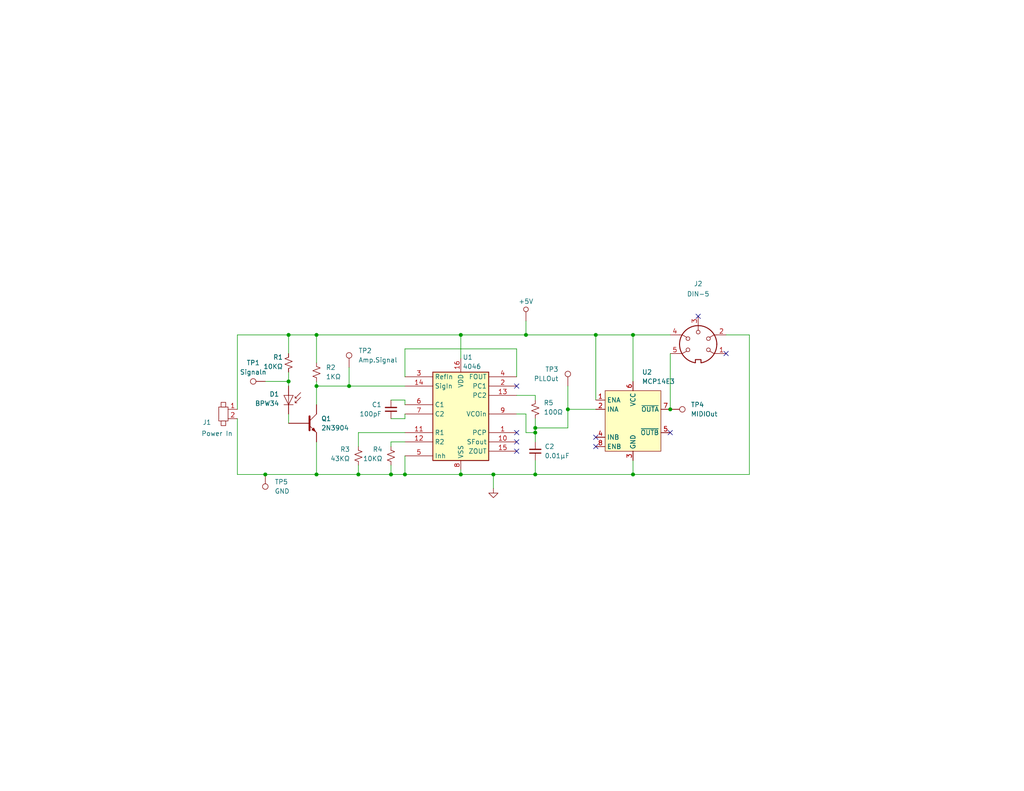
<source format=kicad_sch>
(kicad_sch (version 20250114) (generator "eeschema") (generator_version "9.0")
  (paper "A")
  (title_block (date "2025-05-01") (rev "B") (comment 1 "Justin Bell"))
  (lib_symbols
    (symbol "2_JB_Custom_sym:Jumper_2_Pin"
      (property "Reference" "J" (at 0 13.208 0))
      (symbol "Jumper_2_Pin_0_1"
        (rectangle (start -1.27 9.525) (end 1.27 5.715))
        (rectangle (start -0.635 10.795) (end 0.635 9.525))
        (rectangle (start -0.635 5.715) (end 0.635 5.715))
        (rectangle (start 0.635 4.445) (end -0.635 5.715))
      )
      (symbol "Jumper_2_Pin_1_1"
        (pin passive line (at -3.81 8.89 0) (length 2.54) (name "~") (number "1"))
        (pin passive line (at -3.81 6.35 0) (length 2.54) (name "~") (number "2"))
      )
    )
    (symbol "2_JB_Custom_sym:MCP14E3"
      (property "Reference" "U" (at -2.286 0.254 0))
      (property "Value" "MCP14E3" (at 1.016 -1.524 0))
      (symbol "MCP14E3_1_1"
        (rectangle (start -11.43 -2.54) (end 3.81 -19.05) (fill (type background)))
        (pin input line (at -13.97 -5.08 0) (length 2.54) (name "ENA") (number "1"))
        (pin input line (at -13.97 -7.62 0) (length 2.54) (name "INA") (number "2"))
        (pin input line (at -13.97 -15.24 0) (length 2.54) (name "INB") (number "4"))
        (pin input line (at -13.97 -17.78 0) (length 2.54) (name "ENB") (number "8"))
        (pin power_in line (at -3.81 0 270) (length 2.54) (name "VCC") (number "6"))
        (pin power_in line (at -3.81 -21.59 90) (length 2.54) (name "GND") (number "3"))
        (pin output line (at 6.35 -7.62 180) (length 2.54) (name "~{OUTA}") (number "7"))
        (pin output line (at 6.35 -13.97 180) (length 2.54) (name "~{OUTB}") (number "5"))
      )
    )
    (symbol "2_JB_Custom_sym:VCC"
      (property "Value" "+5V" (at 0 5.588 0))
      (symbol "VCC_0_1"
        (circle (center 0 3.175) (radius 0.635))
      )
      (symbol "VCC_1_1"
        (pin power_in line (at 0 0 90) (length 2.54) (name "~") (number ""))
      )
    )
    (symbol "4xxx_IEEE:4046"
      (property "Reference" "U" (at 8.89 12.7 0))
      (property "Value" "4046" (at 8.89 -15.24 0))
      (symbol "4046_0_1"
        (rectangle (start -7.62 11.43) (end 7.62 -12.7) (stroke (width 0.254)) (fill (type background)))
        (pin power_in line (at 0 15.24 270) (length 3.81) (name "VDD") (number "16"))
        (pin power_in line (at 0 -15.24 90) (length 2.54) (name "VSS") (number "8"))
      )
      (symbol "4046_1_1"
        (pin input line (at -15.24 10.16 0) (length 7.62) (name "RefIn") (number "3"))
        (pin input line (at -15.24 7.62 0) (length 7.62) (name "SigIn") (number "14"))
        (pin input line (at -15.24 2.54 0) (length 7.62) (name "C1") (number "6"))
        (pin input line (at -15.24 0 0) (length 7.62) (name "C2") (number "7"))
        (pin input line (at -15.24 -5.08 0) (length 7.62) (name "R1") (number "11"))
        (pin input line (at -15.24 -7.62 0) (length 7.62) (name "R2") (number "12"))
        (pin input line (at -15.24 -11.43 0) (length 7.62) (name "Inh") (number "5"))
        (pin output line (at 15.24 10.16 180) (length 7.62) (name "FOUT") (number "4"))
        (pin output line (at 15.24 7.62 180) (length 7.62) (name "PC1") (number "2"))
        (pin tri_state line (at 15.24 5.08 180) (length 7.62) (name "PC2") (number "13"))
        (pin input line (at 15.24 0 180) (length 7.62) (name "VCOin") (number "9"))
        (pin output line (at 15.24 -5.08 180) (length 7.62) (name "PCP") (number "1"))
        (pin output line (at 15.24 -7.62 180) (length 7.62) (name "SFout") (number "10"))
        (pin output line (at 15.24 -10.16 180) (length 7.62) (name "ZOUT") (number "15"))
      )
    )
    (symbol "Connector:DIN-5" (pin_names (offset 1.016))
      (property "Reference" "J" (at 3.175 5.715 0))
      (property "Value" "DIN-5" (at 0 -6.35 0))
      (symbol "DIN-5_0_1"
        (polyline (pts (xy -5.08 2.54) (xy -4.318 2.54) (xy -3.175 1.905)))
        (polyline (pts (xy -5.08 -2.54) (xy -4.318 -2.54) (xy -3.175 -1.905)))
        (circle (center -2.794 1.524) (radius 0.508))
        (circle (center -2.794 -1.524) (radius 0.508))
        (polyline (pts (xy -0.762 -4.953) (xy -0.762 -4.191) (xy 0.762 -4.191) (xy 0.762 -4.953)) (stroke (width 0.254)))
        (arc (start 5.08 0) (mid 3.8673 -3.3444) (end 0.762 -5.08) (stroke (width 0.254)))
        (polyline (pts (xy 0 5.08) (xy 0 3.81)))
        (circle (center 0 3.302) (radius 0.508))
        (arc (start -5.08 0) (mid 0 5.0579) (end 5.08 0) (stroke (width 0.254)))
        (arc (start -0.762 -5.08) (mid -3.8597 -3.3379) (end -5.08 0) (stroke (width 0.254)))
        (circle (center 2.794 1.524) (radius 0.508))
        (circle (center 2.794 -1.524) (radius 0.508))
        (polyline (pts (xy 5.08 2.54) (xy 4.318 2.54) (xy 3.175 1.905)))
        (polyline (pts (xy 5.08 -2.54) (xy 4.318 -2.54) (xy 3.175 -1.905)))
      )
      (symbol "DIN-5_1_1"
        (pin passive line (at -7.62 2.54 0) (length 2.54) (name "~") (number "2"))
        (pin passive line (at -7.62 -2.54 0) (length 2.54) (name "~") (number "1"))
        (pin passive line (at 0 7.62 270) (length 2.54) (name "~") (number "3"))
        (pin passive line (at 7.62 2.54 180) (length 2.54) (name "~") (number "4"))
        (pin passive line (at 7.62 -2.54 180) (length 2.54) (name "~") (number "5"))
      )
    )
    (symbol "Connector:TestPoint" (pin_numbers (hide yes)) (pin_names (offset 0.762) (hide yes))
      (property "Reference" "TP" (at 0 6.858 0))
      (property "Value" "TestPoint" (at 0 5.08 0))
      (symbol "TestPoint_0_1"
        (circle (center 0 3.302) (radius 0.762))
      )
      (symbol "TestPoint_1_1"
        (pin passive line (at 0 0 90) (length 2.54) (name "1") (number "1"))
      )
    )
    (symbol "Device:C_Small" (pin_numbers (hide yes)) (pin_names (offset 0.254) (hide yes))
      (property "Reference" "C" (at 0.254 1.778 0))
      (property "Value" "C_Small" (at 0.254 -2.032 0))
      (symbol "C_Small_0_1"
        (polyline (pts (xy -1.524 0.508) (xy 1.524 0.508)) (stroke (width 0.3048)))
        (polyline (pts (xy -1.524 -0.508) (xy 1.524 -0.508)) (stroke (width 0.3302)))
      )
      (symbol "C_Small_1_1"
        (pin passive line (at 0 2.54 270) (length 2.032) (name "~") (number "1"))
        (pin passive line (at 0 -2.54 90) (length 2.032) (name "~") (number "2"))
      )
    )
    (symbol "Device:R_Small_US" (pin_numbers (hide yes)) (pin_names (offset 0.254) (hide yes))
      (property "Reference" "R" (at 0.762 0.508 0))
      (property "Value" "R_Small_US" (at 0.762 -1.016 0))
      (symbol "R_Small_US_1_1"
        (polyline (pts (xy 0 1.524) (xy 1.016 1.143) (xy 0 0.762) (xy -1.016 0.381) (xy 0 0)))
        (polyline (pts (xy 0 0) (xy 1.016 -0.381) (xy 0 -0.762) (xy -1.016 -1.143) (xy 0 -1.524)))
        (pin passive line (at 0 2.54 270) (length 1.016) (name "~") (number "1"))
        (pin passive line (at 0 -2.54 90) (length 1.016) (name "~") (number "2"))
      )
    )
    (symbol "Sensor_Optical:BPW34" (pin_numbers (hide yes)) (pin_names (offset 1.016) (hide yes))
      (property "Reference" "D" (at 0.508 1.778 0))
      (property "Value" "BPW34" (at -1.016 -2.794 0))
      (symbol "BPW34_0_1"
        (polyline (pts (xy -2.54 1.27) (xy -2.54 -1.27)) (stroke (width 0.1524)))
        (polyline (pts (xy -2.032 1.778) (xy -1.524 1.778)))
        (polyline (pts (xy -0.508 3.302) (xy -2.032 1.778) (xy -2.032 2.286)))
        (polyline (pts (xy 0 1.27) (xy -2.54 0) (xy 0 -1.27)))
        (polyline (pts (xy 0 0) (xy -2.54 0)))
        (polyline (pts (xy 0 -1.27) (xy 0 1.27)))
        (polyline (pts (xy 0.762 3.302) (xy -0.762 1.778) (xy -0.762 2.286) (xy -0.762 1.778) (xy -0.254 1.778)))
      )
      (symbol "BPW34_1_1"
        (pin passive line (at -5.08 0 0) (length 2.54) (name "K") (number "1"))
        (pin passive line (at 2.54 0 180) (length 2.54) (name "A") (number "2"))
      )
    )
    (symbol "Transistor_BJT:2N3904" (pin_numbers (hide yes)) (pin_names (offset 0) (hide yes))
      (property "Reference" "Qe" (at 5.08 1.2701 0))
      (property "Value" "2N3904" (at 5.08 -1.2699 0))
      (symbol "2N3904_0_1"
        (polyline (pts (xy 0.635 1.905) (xy 0.635 -1.905) (xy 0.635 -1.905)) (stroke (width 0.508)))
        (polyline (pts (xy 0.635 0.635) (xy 2.54 2.54)))
        (polyline (pts (xy 0.635 -0.635) (xy 2.54 -2.54) (xy 2.54 -2.54)))
        (polyline (pts (xy 1.27 -1.778) (xy 1.778 -1.27) (xy 2.286 -2.286) (xy 1.27 -1.778) (xy 1.27 -1.778)) (fill (type outline)))
      )
      (symbol "2N3904_1_1"
        (pin passive line (at -5.08 0 0) (length 5.715) (name "B") (number "2"))
        (pin passive line (at 2.54 5.08 270) (length 2.54) (name "C") (number "3"))
        (pin passive line (at 2.54 -5.08 90) (length 2.54) (name "E") (number "1"))
      )
    )
    (symbol "power:GND" (power) (pin_numbers (hide yes)) (pin_names (offset 0) (hide yes))
      (property "Value" "GND" (at 0 -3.81 0))
      (symbol "GND_0_1"
        (polyline (pts (xy 0 0) (xy 0 -1.27) (xy 1.27 -1.27) (xy 0 -2.54) (xy -1.27 -1.27) (xy 0 -1.27)))
      )
      (symbol "GND_1_1"
        (pin power_in line (at 0 0 270) (length 0) (name "~") (number "1"))
      )
    )
  )
  (junction (at 143.51 91.44))
  (junction (at 78.74 104.14))
  (junction (at 146.05 129.54))
  (junction (at 146.05 118.11))
  (junction (at 146.05 116.84))
  (junction (at 125.73 91.44))
  (junction (at 72.39 129.54))
  (junction (at 106.68 129.54))
  (junction (at 172.72 129.54))
  (junction (at 95.25 105.41))
  (junction (at 172.72 91.44))
  (junction (at 97.79 129.54))
  (junction (at 134.62 129.54))
  (junction (at 86.36 91.44))
  (junction (at 125.73 129.54))
  (junction (at 182.88 111.76))
  (junction (at 86.36 129.54))
  (junction (at 110.49 129.54))
  (junction (at 86.36 105.41))
  (junction (at 78.74 91.44))
  (junction (at 154.94 111.76))
  (junction (at 162.56 91.44))
  (no_connect (at 140.97 123.19))
  (no_connect (at 162.56 121.92))
  (no_connect (at 182.88 118.11))
  (no_connect (at 198.12 96.52))
  (no_connect (at 140.97 105.41))
  (no_connect (at 140.97 118.11))
  (no_connect (at 162.56 119.38))
  (no_connect (at 140.97 120.65))
  (no_connect (at 190.5 86.36))
  (wire (pts (xy 86.36 104.14) (xy 86.36 105.41)))
  (wire (pts (xy 125.73 129.54) (xy 125.73 128.27)))
  (wire (pts (xy 143.51 87.63) (xy 143.51 91.44)))
  (wire (pts (xy 78.74 91.44) (xy 86.36 91.44)))
  (wire (pts (xy 86.36 120.65) (xy 86.36 129.54)))
  (wire (pts (xy 162.56 109.22) (xy 162.56 91.44)))
  (wire (pts (xy 146.05 107.95) (xy 140.97 107.95)))
  (wire (pts (xy 125.73 97.79) (xy 125.73 91.44)))
  (wire (pts (xy 154.94 105.41) (xy 154.94 111.76)))
  (wire (pts (xy 64.77 129.54) (xy 72.39 129.54)))
  (wire (pts (xy 172.72 104.14) (xy 172.72 91.44)))
  (wire (pts (xy 106.68 120.65) (xy 110.49 120.65)))
  (wire (pts (xy 95.25 105.41) (xy 110.49 105.41)))
  (wire (pts (xy 78.74 91.44) (xy 78.74 96.52)))
  (wire (pts (xy 106.68 121.92) (xy 106.68 120.65)))
  (wire (pts (xy 172.72 129.54) (xy 204.47 129.54)))
  (wire (pts (xy 143.51 118.11) (xy 146.05 118.11)))
  (wire (pts (xy 172.72 125.73) (xy 172.72 129.54)))
  (wire (pts (xy 110.49 129.54) (xy 106.68 129.54)))
  (wire (pts (xy 110.49 109.22) (xy 106.68 109.22)))
  (wire (pts (xy 95.25 100.33) (xy 95.25 105.41)))
  (wire (pts (xy 134.62 129.54) (xy 146.05 129.54)))
  (wire (pts (xy 86.36 105.41) (xy 95.25 105.41)))
  (wire (pts (xy 110.49 110.49) (xy 110.49 109.22)))
  (wire (pts (xy 110.49 129.54) (xy 125.73 129.54)))
  (wire (pts (xy 72.39 104.14) (xy 78.74 104.14)))
  (wire (pts (xy 64.77 114.3) (xy 64.77 129.54)))
  (wire (pts (xy 106.68 127) (xy 106.68 129.54)))
  (wire (pts (xy 182.88 96.52) (xy 182.88 111.76)))
  (wire (pts (xy 125.73 91.44) (xy 143.51 91.44)))
  (wire (pts (xy 97.79 127) (xy 97.79 129.54)))
  (wire (pts (xy 154.94 111.76) (xy 154.94 116.84)))
  (wire (pts (xy 110.49 124.46) (xy 110.49 129.54)))
  (wire (pts (xy 110.49 95.25) (xy 110.49 102.87)))
  (wire (pts (xy 162.56 111.76) (xy 154.94 111.76)))
  (wire (pts (xy 204.47 91.44) (xy 204.47 129.54)))
  (wire (pts (xy 162.56 91.44) (xy 172.72 91.44)))
  (wire (pts (xy 146.05 114.3) (xy 146.05 116.84)))
  (wire (pts (xy 146.05 125.73) (xy 146.05 129.54)))
  (wire (pts (xy 64.77 111.76) (xy 64.77 91.44)))
  (wire (pts (xy 110.49 114.3) (xy 110.49 113.03)))
  (wire (pts (xy 86.36 105.41) (xy 86.36 110.49)))
  (wire (pts (xy 106.68 129.54) (xy 97.79 129.54)))
  (wire (pts (xy 146.05 116.84) (xy 146.05 118.11)))
  (wire (pts (xy 78.74 113.03) (xy 78.74 115.57)))
  (wire (pts (xy 64.77 91.44) (xy 78.74 91.44)))
  (wire (pts (xy 154.94 116.84) (xy 146.05 116.84)))
  (wire (pts (xy 134.62 129.54) (xy 125.73 129.54)))
  (wire (pts (xy 86.36 91.44) (xy 86.36 99.06)))
  (wire (pts (xy 72.39 129.54) (xy 86.36 129.54)))
  (wire (pts (xy 86.36 129.54) (xy 97.79 129.54)))
  (wire (pts (xy 97.79 121.92) (xy 97.79 118.11)))
  (wire (pts (xy 140.97 113.03) (xy 143.51 113.03)))
  (wire (pts (xy 106.68 114.3) (xy 110.49 114.3)))
  (wire (pts (xy 134.62 133.35) (xy 134.62 129.54)))
  (wire (pts (xy 78.74 104.14) (xy 78.74 105.41)))
  (wire (pts (xy 146.05 129.54) (xy 172.72 129.54)))
  (wire (pts (xy 146.05 109.22) (xy 146.05 107.95)))
  (wire (pts (xy 143.51 113.03) (xy 143.51 118.11)))
  (wire (pts (xy 198.12 91.44) (xy 204.47 91.44)))
  (wire (pts (xy 86.36 91.44) (xy 125.73 91.44)))
  (wire (pts (xy 140.97 102.87) (xy 140.97 95.25)))
  (wire (pts (xy 140.97 95.25) (xy 110.49 95.25)))
  (wire (pts (xy 172.72 91.44) (xy 182.88 91.44)))
  (wire (pts (xy 78.74 101.6) (xy 78.74 104.14)))
  (wire (pts (xy 143.51 91.44) (xy 162.56 91.44)))
  (wire (pts (xy 146.05 118.11) (xy 146.05 120.65)))
  (wire (pts (xy 97.79 118.11) (xy 110.49 118.11)))
  (symbol (lib_id "power:GND") (at 134.62 133.35 0) (unit 1)
    (property "Reference" "#PWR02" (effects (hide yes)))
    (property "Value" "GND" (effects (hide yes)))
    (property "Description" "Power symbol creates a global label with name \"GND\" , ground" (effects (hide yes)))
  )
  (symbol (lib_id "2_JB_Custom_sym:Jumper_2_Pin") (at 60.96 120.65 0) (mirror y) (unit 1)
    (property "Reference" "J1" (at 57.658 115.316 0) (effects (justify left)))
    (property "Value" "Power In" (at 63.5 118.364 0) (effects (justify left)))
    (property "Footprint" "2JB_Footprints:RCA Jack P177" (effects (hide yes)))
    (property "Description" "2 Pin Jumper" (effects (hide yes)))
  )
  (symbol (lib_id "Device:R_Small_US") (at 97.79 124.46 0) (unit 1)
    (property "Reference" "R3" (at 95.504 122.682 0) (effects (justify right)))
    (property "Value" "43KΩ" (at 95.504 125.222 0) (effects (justify right)))
    (property "Footprint" "2JB_Footprints:C_0805" (effects (hide yes)))
    (property "Description" "Resistor, small US symbol" (effects (hide yes)))
  )
  (symbol (lib_id "Connector:TestPoint") (at 72.39 104.14 90) (unit 1)
    (property "Reference" "TP1" (at 69.088 99.06 90))
    (property "Value" "Signaln" (at 69.088 101.6 90))
    (property "Description" "test point" (effects (hide yes)))
  )
  (symbol (lib_id "Device:C_Small") (at 146.05 123.19 180) (unit 1)
    (property "Reference" "C2" (at 148.59 121.9135 0) (effects (justify right)))
    (property "Value" "0.01µF" (at 148.59 124.4535 0) (effects (justify right)))
    (property "Footprint" "2JB_Footprints:C_0805" (effects (hide yes)))
    (property "Description" "Unpolarized capacitor, small symbol" (effects (hide yes)))
  )
  (symbol (lib_id "4xxx_IEEE:4046") (at 125.73 113.03 0) (unit 1)
    (property "Reference" "U1" (at 126.238 97.536 0) (effects (justify left)))
    (property "Value" "4046" (at 126.238 100.076 0) (effects (justify left)))
    (property "Footprint" "Package_SO:SOP-16_4.4x10.4mm_P1.27mm" (effects (hide yes)))
  )
  (symbol (lib_id "Connector:DIN-5") (at 190.5 93.98 0) (mirror y) (unit 1)
    (property "Reference" "J2" (at 190.5001 77.47 0))
    (property "Value" "DIN-5" (at 190.5 80.264 0))
    (property "Footprint" "2JB_Footprints:DIN-5PIN_MIDI" (effects (hide yes)))
    (property "Datasheet" "http://www.mouser.com/ds/2/18/40_c091_abd_e-75918.pdf" (effects (hide yes)))
    (property "Description" "5-pin DIN connector" (effects (hide yes)))
  )
  (symbol (lib_id "Connector:TestPoint") (at 154.94 105.41 0) (mirror y) (unit 1)
    (property "Reference" "TP3" (at 152.4 100.838 0) (effects (justify left)))
    (property "Value" "PLLOut" (at 152.4 103.378 0) (effects (justify left)))
    (property "Description" "test point" (effects (hide yes)))
  )
  (symbol (lib_id "Connector:TestPoint") (at 95.25 100.33 0) (unit 1)
    (property "Reference" "TP2" (at 97.79 95.758 0) (effects (justify left)))
    (property "Value" "Amp.Signal" (at 97.79 98.298 0) (effects (justify left)))
    (property "Description" "test point" (effects (hide yes)))
  )
  (symbol (lib_id "Device:C_Small") (at 106.68 111.76 0) (mirror x) (unit 1)
    (property "Reference" "C1" (at 104.14 110.4835 0) (effects (justify right)))
    (property "Value" "100pF" (at 104.14 113.0235 0) (effects (justify right)))
    (property "Footprint" "2JB_Footprints:C_0805" (effects (hide yes)))
    (property "Description" "Unpolarized capacitor, small symbol" (effects (hide yes)))
  )
  (symbol (lib_id "Connector:TestPoint") (at 72.39 129.54 180) (unit 1)
    (property "Reference" "TP5" (at 74.93 131.572 0) (effects (justify right)))
    (property "Value" "GND" (at 74.93 134.112 0) (effects (justify right)))
    (property "Description" "test point" (effects (hide yes)))
  )
  (symbol (lib_id "2_JB_Custom_sym:MCP14E3") (at 176.53 104.14 0) (unit 1)
    (property "Reference" "U2" (at 175.1663 101.6 0) (effects (justify left)))
    (property "Value" "MCP14E3" (at 175.1663 104.14 0) (effects (justify left)))
    (property "Datasheet" "https://ww1.microchip.com/downloads/aemDocuments/documents/APID/ProductDocuments/DataSheets/MCP14E3-4-5-4.0A-Dual-High-Speed-Power-MOSFET-Drivers-With-Enable-20002062.pdf" (effects (hide yes)))
  )
  (symbol (lib_id "Device:R_Small_US") (at 78.74 99.06 0) (mirror x) (unit 1)
    (property "Reference" "R1" (at 77.216 97.536 0) (effects (justify right)))
    (property "Value" "10KΩ" (at 77.216 100.076 0) (effects (justify right)))
    (property "Footprint" "2JB_Footprints:C_0805" (effects (hide yes)))
    (property "Description" "Resistor, small US symbol" (effects (hide yes)))
  )
  (symbol (lib_id "2_JB_Custom_sym:VCC") (at 143.51 87.63 0) (unit 1)
    (property "Reference" "#PWR3" (effects (hide yes)))
    (property "Value" "+5V" (at 143.51 82.296 0))
  )
  (symbol (lib_id "Device:R_Small_US") (at 86.36 101.6 180) (unit 1)
    (property "Reference" "R2" (at 88.9 100.3299 0) (effects (justify right)))
    (property "Value" "1KΩ" (at 88.9 102.8699 0) (effects (justify right)))
    (property "Footprint" "2JB_Footprints:C_0805" (effects (hide yes)))
    (property "Description" "Resistor, small US symbol" (effects (hide yes)))
  )
  (symbol (lib_id "Transistor_BJT:2N3904") (at 83.82 115.57 0) (unit 1)
    (property "Reference" "Q1" (at 87.63 114.3 0) (effects (justify left)))
    (property "Value" "2N3904" (at 87.63 116.84 0) (effects (justify left)))
    (property "Footprint" "Package_TO_SOT_THT:TO-92_Inline" (effects (hide yes)))
    (property "Datasheet" "https://www.onsemi.com/pub/Collateral/2N3903-D.PDF" (effects (hide yes)))
    (property "Description" "0.2A Ic, 40V Vce, Small Signal NPN Transistor, TO-92" (effects (hide yes)))
  )
  (symbol (lib_id "Device:R_Small_US") (at 106.68 124.46 0) (unit 1)
    (property "Reference" "R4" (at 104.394 122.682 0) (effects (justify right)))
    (property "Value" "10KΩ" (at 104.394 125.222 0) (effects (justify right)))
    (property "Footprint" "2JB_Footprints:C_0805" (effects (hide yes)))
    (property "Description" "Resistor, small US symbol" (effects (hide yes)))
  )
  (symbol (lib_id "Sensor_Optical:BPW34") (at 78.74 107.95 270) (mirror x) (unit 1)
    (property "Reference" "D1" (at 76.2 107.6071 90) (effects (justify right)))
    (property "Value" "BPW34" (at 76.2 110.1471 90) (effects (justify right)))
    (property "Footprint" "OptoDevice:Osram_DIL2_4.3x4.65mm_P5.08mm" (effects (hide yes)))
    (property "Datasheet" "http://www.vishay.com/docs/81521/bpw34.pdf" (effects (hide yes)))
    (property "Description" "Silicon PIN Photodiode" (effects (hide yes)))
  )
  (symbol (lib_id "Connector:TestPoint") (at 182.88 111.76 270) (mirror x) (unit 1)
    (property "Reference" "TP4" (at 188.468 110.49 90) (effects (justify left)))
    (property "Value" "MIDIOut" (at 188.468 113.03 90) (effects (justify left)))
    (property "Description" "test point" (effects (hide yes)))
  )
  (symbol (lib_id "Device:R_Small_US") (at 146.05 111.76 0) (mirror y) (unit 1)
    (property "Reference" "R5" (at 148.336 109.982 0) (effects (justify right)))
    (property "Value" "100Ω" (at 148.336 112.522 0) (effects (justify right)))
    (property "Footprint" "2JB_Footprints:C_0805" (effects (hide yes)))
    (property "Description" "Resistor, small US symbol" (effects (hide yes)))
  )
)
</source>
